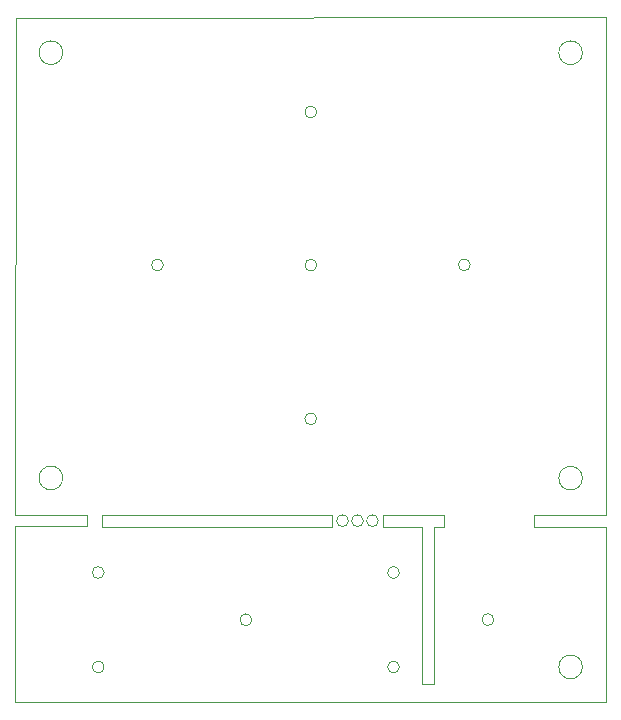
<source format=gbr>
%TF.GenerationSoftware,KiCad,Pcbnew,7.0.1*%
%TF.CreationDate,2023-03-27T01:20:51+09:00*%
%TF.ProjectId,monitor_osd_control,6d6f6e69-746f-4725-9f6f-73645f636f6e,5*%
%TF.SameCoordinates,PX7ab0ef8PY7236868*%
%TF.FileFunction,Profile,NP*%
%FSLAX46Y46*%
G04 Gerber Fmt 4.6, Leading zero omitted, Abs format (unit mm)*
G04 Created by KiCad (PCBNEW 7.0.1) date 2023-03-27 01:20:51*
%MOMM*%
%LPD*%
G01*
G04 APERTURE LIST*
%TA.AperFunction,Profile*%
%ADD10C,0.100000*%
%TD*%
%TA.AperFunction,Profile*%
%ADD11C,0.120000*%
%TD*%
G04 APERTURE END LIST*
D10*
X29460000Y15367000D02*
G75*
G03*
X29460000Y15367000I-500000J0D01*
G01*
X20013156Y6983979D02*
G75*
G03*
X20013156Y6983979I-500000J0D01*
G01*
X7513153Y10983284D02*
G75*
G03*
X7513153Y10983284I-500000J0D01*
G01*
X36296600Y14859000D02*
X35433000Y14859000D01*
X35433000Y1524000D01*
X34417000Y1524000D01*
X34417000Y14859000D01*
X31140400Y14859000D01*
X31140400Y15875000D01*
X36296600Y15875000D01*
X36296600Y14859000D01*
X48005000Y18973800D02*
G75*
G03*
X48005000Y18973800I-1000000J0D01*
G01*
X32513154Y2984932D02*
G75*
G03*
X32513154Y2984932I-500000J0D01*
G01*
X7513153Y2984932D02*
G75*
G03*
X7513153Y2984932I-500000J0D01*
G01*
X4005000Y54993000D02*
G75*
G03*
X4005000Y54993000I-1000000J0D01*
G01*
X48005000Y54991000D02*
G75*
G03*
X48005000Y54991000I-1000000J0D01*
G01*
X48005000Y2993000D02*
G75*
G03*
X48005000Y2993000I-1000000J0D01*
G01*
X50012600Y15875000D02*
X43891200Y15875000D01*
X43891200Y14859000D01*
X50012600Y14859000D01*
X50012600Y0D01*
X0Y0D01*
X6522Y14884408D01*
X6096000Y14884400D01*
X6096000Y15875000D01*
X0Y15875000D01*
X25400Y57962800D01*
X50012600Y57988200D01*
X50012600Y15875000D01*
X4005000Y18989800D02*
G75*
G03*
X4005000Y18989800I-1000000J0D01*
G01*
X28194000Y15367000D02*
G75*
G03*
X28194000Y15367000I-500000J0D01*
G01*
X40505000Y6993000D02*
G75*
G03*
X40505000Y6993000I-500000J0D01*
G01*
X32513154Y10983284D02*
G75*
G03*
X32513154Y10983284I-500000J0D01*
G01*
X30726000Y15367000D02*
G75*
G03*
X30726000Y15367000I-500000J0D01*
G01*
X7315200Y15875000D02*
X26771600Y15875000D01*
X26771600Y14859000D01*
X7315200Y14859000D01*
X7315200Y15875000D01*
D11*
%TO.C,SW4*%
X25505000Y23993000D02*
G75*
G03*
X25505000Y23993000I-500000J0D01*
G01*
%TO.C,SW2*%
X25515000Y49973000D02*
G75*
G03*
X25515000Y49973000I-500000J0D01*
G01*
%TO.C,SW5*%
X38505000Y37033000D02*
G75*
G03*
X38505000Y37033000I-500000J0D01*
G01*
%TO.C,SW3*%
X25515000Y37003000D02*
G75*
G03*
X25515000Y37003000I-500000J0D01*
G01*
%TO.C,SW1*%
X12525000Y37023000D02*
G75*
G03*
X12525000Y37023000I-500000J0D01*
G01*
%TD*%
M02*

</source>
